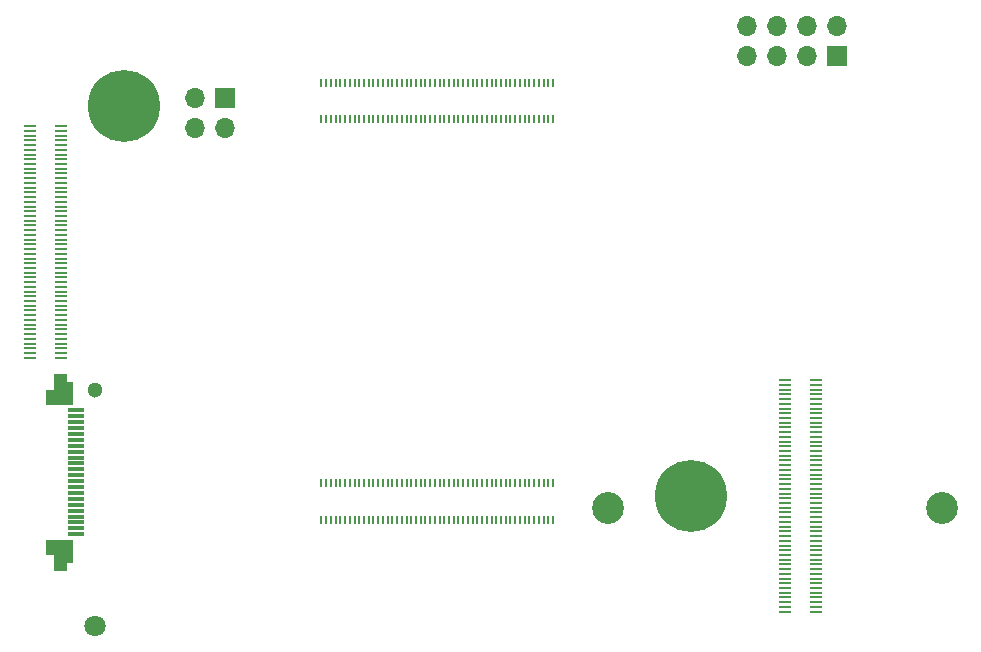
<source format=gbr>
%TF.GenerationSoftware,KiCad,Pcbnew,(5.99.0-10407-g1e8b23402c)*%
%TF.CreationDate,2021-07-10T11:35:08-06:00*%
%TF.ProjectId,lobby,6c6f6262-792e-46b6-9963-61645f706362,rev?*%
%TF.SameCoordinates,Original*%
%TF.FileFunction,Soldermask,Top*%
%TF.FilePolarity,Negative*%
%FSLAX46Y46*%
G04 Gerber Fmt 4.6, Leading zero omitted, Abs format (unit mm)*
G04 Created by KiCad (PCBNEW (5.99.0-10407-g1e8b23402c)) date 2021-07-10 11:35:08*
%MOMM*%
%LPD*%
G01*
G04 APERTURE LIST*
G04 Aperture macros list*
%AMFreePoly0*
4,1,9,1.450000,0.000000,2.150000,0.000000,2.150000,-1.100000,0.750000,-1.100000,0.750000,-1.800000,-0.500000,-1.800000,-0.500000,0.500000,1.450000,0.500000,1.450000,0.000000,1.450000,0.000000,$1*%
%AMFreePoly1*
4,1,9,0.500000,-1.800000,-0.750000,-1.800000,-0.750000,-1.100000,-2.150000,-1.100000,-2.150000,0.000000,-1.450000,0.000000,-1.450000,0.500000,0.500000,0.500000,0.500000,-1.800000,0.500000,-1.800000,$1*%
G04 Aperture macros list end*
%ADD10R,1.700000X1.700000*%
%ADD11O,1.700000X1.700000*%
%ADD12C,2.700000*%
%ADD13R,1.140000X0.200000*%
%ADD14R,1.400000X0.300000*%
%ADD15FreePoly0,270.000000*%
%ADD16FreePoly1,270.000000*%
%ADD17R,0.200000X0.700000*%
%ADD18C,6.100000*%
%ADD19C,1.300000*%
%ADD20C,1.800000*%
G04 APERTURE END LIST*
D10*
%TO.C,J1*%
X37263646Y-28310153D03*
D11*
X34723646Y-28310153D03*
X37263646Y-30850153D03*
X34723646Y-30850153D03*
%TD*%
D10*
%TO.C,J2*%
X89113646Y-24720153D03*
D11*
X89113646Y-22180153D03*
X86573646Y-24720153D03*
X86573646Y-22180153D03*
X84033646Y-24720153D03*
X84033646Y-22180153D03*
X81493646Y-24720153D03*
X81493646Y-22180153D03*
%TD*%
D12*
%TO.C,H1*%
X69750000Y-63000000D03*
%TD*%
D13*
%TO.C,Module2*%
X84680000Y-52200000D03*
X87320000Y-52200000D03*
X84680000Y-52600000D03*
X87320000Y-52600000D03*
X84680000Y-53000000D03*
X87320000Y-53000000D03*
X84680000Y-53400000D03*
X87320000Y-53400000D03*
X84680000Y-53800000D03*
X87320000Y-53800000D03*
X84680000Y-54200000D03*
X87320000Y-54200000D03*
X84680000Y-54600000D03*
X87320000Y-54600000D03*
X84680000Y-55000000D03*
X87320000Y-55000000D03*
X84680000Y-55400000D03*
X87320000Y-55400000D03*
X84680000Y-55800000D03*
X87320000Y-55800000D03*
X84680000Y-56200000D03*
X87320000Y-56200000D03*
X84680000Y-56600000D03*
X87320000Y-56600000D03*
X84680000Y-57000000D03*
X87320000Y-57000000D03*
X84680000Y-57400000D03*
X87320000Y-57400000D03*
X84680000Y-57800000D03*
X87320000Y-57800000D03*
X84680000Y-58200000D03*
X87320000Y-58200000D03*
X84680000Y-58600000D03*
X87320000Y-58600000D03*
X84680000Y-59000000D03*
X87320000Y-59000000D03*
X84680000Y-59400000D03*
X87320000Y-59400000D03*
X84680000Y-59800000D03*
X87320000Y-59800000D03*
X84680000Y-60200000D03*
X87320000Y-60200000D03*
X84680000Y-60600000D03*
X87320000Y-60600000D03*
X84680000Y-61000000D03*
X87320000Y-61000000D03*
X84680000Y-61400000D03*
X87320000Y-61400000D03*
X84680000Y-61800000D03*
X87320000Y-61800000D03*
X84680000Y-62200000D03*
X87320000Y-62200000D03*
X84680000Y-62600000D03*
X87320000Y-62600000D03*
X84680000Y-63000000D03*
X87320000Y-63000000D03*
X84680000Y-63400000D03*
X87320000Y-63400000D03*
X84680000Y-63800000D03*
X87320000Y-63800000D03*
X84680000Y-64200000D03*
X87320000Y-64200000D03*
X84680000Y-64600000D03*
X87320000Y-64600000D03*
X84680000Y-65000000D03*
X87320000Y-65000000D03*
X84680000Y-65400000D03*
X87320000Y-65400000D03*
X84680000Y-65800000D03*
X87320000Y-65800000D03*
X84680000Y-66200000D03*
X87320000Y-66200000D03*
X84680000Y-66600000D03*
X87320000Y-66600000D03*
X84680000Y-67000000D03*
X87320000Y-67000000D03*
X84680000Y-67400000D03*
X87320000Y-67400000D03*
X84680000Y-67800000D03*
X87320000Y-67800000D03*
X84680000Y-68200000D03*
X87320000Y-68200000D03*
X84680000Y-68600000D03*
X87320000Y-68600000D03*
X84680000Y-69000000D03*
X87320000Y-69000000D03*
X84680000Y-69400000D03*
X87320000Y-69400000D03*
X84680000Y-69800000D03*
X87320000Y-69800000D03*
X84680000Y-70200000D03*
X87320000Y-70200000D03*
X84680000Y-70600000D03*
X87320000Y-70600000D03*
X84680000Y-71000000D03*
X87320000Y-71000000D03*
X84680000Y-71400000D03*
X87320000Y-71400000D03*
X84680000Y-71800000D03*
X87320000Y-71800000D03*
%TD*%
%TO.C,Module3*%
X20780000Y-30700000D03*
X23420000Y-30700000D03*
X20780000Y-31100000D03*
X23420000Y-31100000D03*
X20780000Y-31500000D03*
X23420000Y-31500000D03*
X20780000Y-31900000D03*
X23420000Y-31900000D03*
X20780000Y-32300000D03*
X23420000Y-32300000D03*
X20780000Y-32700000D03*
X23420000Y-32700000D03*
X20780000Y-33100000D03*
X23420000Y-33100000D03*
X20780000Y-33500000D03*
X23420000Y-33500000D03*
X20780000Y-33900000D03*
X23420000Y-33900000D03*
X20780000Y-34300000D03*
X23420000Y-34300000D03*
X20780000Y-34700000D03*
X23420000Y-34700000D03*
X20780000Y-35100000D03*
X23420000Y-35100000D03*
X20780000Y-35500000D03*
X23420000Y-35500000D03*
X20780000Y-35900000D03*
X23420000Y-35900000D03*
X20780000Y-36300000D03*
X23420000Y-36300000D03*
X20780000Y-36700000D03*
X23420000Y-36700000D03*
X20780000Y-37100000D03*
X23420000Y-37100000D03*
X20780000Y-37500000D03*
X23420000Y-37500000D03*
X20780000Y-37900000D03*
X23420000Y-37900000D03*
X20780000Y-38300000D03*
X23420000Y-38300000D03*
X20780000Y-38700000D03*
X23420000Y-38700000D03*
X20780000Y-39100000D03*
X23420000Y-39100000D03*
X20780000Y-39500000D03*
X23420000Y-39500000D03*
X20780000Y-39900000D03*
X23420000Y-39900000D03*
X20780000Y-40300000D03*
X23420000Y-40300000D03*
X20780000Y-40700000D03*
X23420000Y-40700000D03*
X20780000Y-41100000D03*
X23420000Y-41100000D03*
X20780000Y-41500000D03*
X23420000Y-41500000D03*
X20780000Y-41900000D03*
X23420000Y-41900000D03*
X20780000Y-42300000D03*
X23420000Y-42300000D03*
X20780000Y-42700000D03*
X23420000Y-42700000D03*
X20780000Y-43100000D03*
X23420000Y-43100000D03*
X20780000Y-43500000D03*
X23420000Y-43500000D03*
X20780000Y-43900000D03*
X23420000Y-43900000D03*
X20780000Y-44300000D03*
X23420000Y-44300000D03*
X20780000Y-44700000D03*
X23420000Y-44700000D03*
X20780000Y-45100000D03*
X23420000Y-45100000D03*
X20780000Y-45500000D03*
X23420000Y-45500000D03*
X20780000Y-45900000D03*
X23420000Y-45900000D03*
X20780000Y-46300000D03*
X23420000Y-46300000D03*
X20780000Y-46700000D03*
X23420000Y-46700000D03*
X20780000Y-47100000D03*
X23420000Y-47100000D03*
X20780000Y-47500000D03*
X23420000Y-47500000D03*
X20780000Y-47900000D03*
X23420000Y-47900000D03*
X20780000Y-48300000D03*
X23420000Y-48300000D03*
X20780000Y-48700000D03*
X23420000Y-48700000D03*
X20780000Y-49100000D03*
X23420000Y-49100000D03*
X20780000Y-49500000D03*
X23420000Y-49500000D03*
X20780000Y-49900000D03*
X23420000Y-49900000D03*
X20780000Y-50300000D03*
X23420000Y-50300000D03*
%TD*%
D14*
%TO.C,J4*%
X24700000Y-54750000D03*
X24700000Y-55250000D03*
X24700000Y-55750000D03*
X24700000Y-56250000D03*
X24700000Y-56750000D03*
X24700000Y-57250000D03*
X24700000Y-57750000D03*
X24700000Y-58250000D03*
X24700000Y-58750000D03*
X24700000Y-59250000D03*
X24700000Y-59750000D03*
X24700000Y-60250000D03*
X24700000Y-60750000D03*
X24700000Y-61250000D03*
X24700000Y-61750000D03*
X24700000Y-62250000D03*
X24700000Y-62750000D03*
X24700000Y-63250000D03*
X24700000Y-63750000D03*
X24700000Y-64250000D03*
X24700000Y-64750000D03*
X24700000Y-65250000D03*
D15*
X23900000Y-66200000D03*
D16*
X23900000Y-53800000D03*
%TD*%
D12*
%TO.C,H2*%
X98000000Y-63000000D03*
%TD*%
D17*
%TO.C,Module1*%
X65050000Y-27000000D03*
X65050000Y-30080000D03*
X64650000Y-27000000D03*
X64650000Y-30080000D03*
X64250000Y-27000000D03*
X64250000Y-30080000D03*
X63850000Y-27000000D03*
X63850000Y-30080000D03*
X63450000Y-27000000D03*
X63450000Y-30080000D03*
X63050000Y-27000000D03*
X63050000Y-30080000D03*
X62650000Y-27000000D03*
X62650000Y-30080000D03*
X62250000Y-27000000D03*
X62250000Y-30080000D03*
X61850000Y-27000000D03*
X61850000Y-30080000D03*
X61450000Y-27000000D03*
X61450000Y-30080000D03*
X61050000Y-27000000D03*
X61050000Y-30080000D03*
X60650000Y-27000000D03*
X60650000Y-30080000D03*
X60250000Y-27000000D03*
X60250000Y-30080000D03*
X59850000Y-27000000D03*
X59850000Y-30080000D03*
X59450000Y-27000000D03*
X59450000Y-30080000D03*
X59050000Y-27000000D03*
X59050000Y-30080000D03*
X58650000Y-27000000D03*
X58650000Y-30080000D03*
X58250000Y-27000000D03*
X58250000Y-30080000D03*
X57850000Y-27000000D03*
X57850000Y-30080000D03*
X57450000Y-27000000D03*
X57450000Y-30080000D03*
X57050000Y-27000000D03*
X57050000Y-30080000D03*
X56650000Y-27000000D03*
X56650000Y-30080000D03*
X56250000Y-27000000D03*
X56250000Y-30080000D03*
X55850000Y-27000000D03*
X55850000Y-30080000D03*
X55450000Y-27000000D03*
X55450000Y-30080000D03*
X55050000Y-27000000D03*
X55050000Y-30080000D03*
X54650000Y-27000000D03*
X54650000Y-30080000D03*
X54250000Y-27000000D03*
X54250000Y-30080000D03*
X53850000Y-27000000D03*
X53850000Y-30080000D03*
X53450000Y-27000000D03*
X53450000Y-30080000D03*
X53050000Y-27000000D03*
X53050000Y-30080000D03*
X52650000Y-27000000D03*
X52650000Y-30080000D03*
X52250000Y-27000000D03*
X52250000Y-30080000D03*
X51850000Y-27000000D03*
X51850000Y-30080000D03*
X51450000Y-27000000D03*
X51450000Y-30080000D03*
X51050000Y-27000000D03*
X51050000Y-30080000D03*
X50650000Y-27000000D03*
X50650000Y-30080000D03*
X50250000Y-27000000D03*
X50250000Y-30080000D03*
X49850000Y-27000000D03*
X49850000Y-30080000D03*
X49450000Y-27000000D03*
X49450000Y-30080000D03*
X49050000Y-27000000D03*
X49050000Y-30080000D03*
X48650000Y-27000000D03*
X48650000Y-30080000D03*
X48250000Y-27000000D03*
X48250000Y-30080000D03*
X47850000Y-27000000D03*
X47850000Y-30080000D03*
X47450000Y-27000000D03*
X47450000Y-30080000D03*
X47050000Y-27000000D03*
X47050000Y-30080000D03*
X46650000Y-27000000D03*
X46650000Y-30080000D03*
X46250000Y-27000000D03*
X46250000Y-30080000D03*
X45850000Y-27000000D03*
X45850000Y-30080000D03*
X45450000Y-27000000D03*
X45450000Y-30080000D03*
X65050000Y-60920000D03*
X65050000Y-64000000D03*
X64650000Y-60920000D03*
X64650000Y-64000000D03*
X64250000Y-60920000D03*
X64250000Y-64000000D03*
X63850000Y-60920000D03*
X63850000Y-64000000D03*
X63450000Y-60920000D03*
X63450000Y-64000000D03*
X63050000Y-60920000D03*
X63050000Y-64000000D03*
X62650000Y-60920000D03*
X62650000Y-64000000D03*
X62250000Y-60920000D03*
X62250000Y-64000000D03*
X61850000Y-60920000D03*
X61850000Y-64000000D03*
X61450000Y-60920000D03*
X61450000Y-64000000D03*
X61050000Y-60920000D03*
X61050000Y-64000000D03*
X60650000Y-60920000D03*
X60650000Y-64000000D03*
X60250000Y-60920000D03*
X60250000Y-64000000D03*
X59850000Y-60920000D03*
X59850000Y-64000000D03*
X59450000Y-60920000D03*
X59450000Y-64000000D03*
X59050000Y-60920000D03*
X59050000Y-64000000D03*
X58650000Y-60920000D03*
X58650000Y-64000000D03*
X58250000Y-60920000D03*
X58250000Y-64000000D03*
X57850000Y-60920000D03*
X57850000Y-64000000D03*
X57450000Y-60920000D03*
X57450000Y-64000000D03*
X57050000Y-60920000D03*
X57050000Y-64000000D03*
X56650000Y-60920000D03*
X56650000Y-64000000D03*
X56250000Y-60920000D03*
X56250000Y-64000000D03*
X55850000Y-60920000D03*
X55850000Y-64000000D03*
X55450000Y-60920000D03*
X55450000Y-64000000D03*
X55050000Y-60920000D03*
X55050000Y-64000000D03*
X54650000Y-60920000D03*
X54650000Y-64000000D03*
X54250000Y-60920000D03*
X54250000Y-64000000D03*
X53850000Y-60920000D03*
X53850000Y-64000000D03*
X53450000Y-60920000D03*
X53450000Y-64000000D03*
X53050000Y-60920000D03*
X53050000Y-64000000D03*
X52650000Y-60920000D03*
X52650000Y-64000000D03*
X52250000Y-60920000D03*
X52250000Y-64000000D03*
X51850000Y-60920000D03*
X51850000Y-64000000D03*
X51450000Y-60920000D03*
X51450000Y-64000000D03*
X51050000Y-60920000D03*
X51050000Y-64000000D03*
X50650000Y-60920000D03*
X50650000Y-64000000D03*
X50250000Y-60920000D03*
X50250000Y-64000000D03*
X49850000Y-60920000D03*
X49850000Y-64000000D03*
X49450000Y-60920000D03*
X49450000Y-64000000D03*
X49050000Y-60920000D03*
X49050000Y-64000000D03*
X48650000Y-60920000D03*
X48650000Y-64000000D03*
X48250000Y-60920000D03*
X48250000Y-64000000D03*
X47850000Y-60920000D03*
X47850000Y-64000000D03*
X47450000Y-60920000D03*
X47450000Y-64000000D03*
X47050000Y-60920000D03*
X47050000Y-64000000D03*
X46650000Y-60920000D03*
X46650000Y-64000000D03*
X46250000Y-60920000D03*
X46250000Y-64000000D03*
X45850000Y-60920000D03*
X45850000Y-64000000D03*
X45450000Y-60920000D03*
X45450000Y-64000000D03*
D18*
X28750000Y-29000000D03*
X76750000Y-62000000D03*
%TD*%
D19*
%TO.C,U2*%
X26250000Y-53000000D03*
D20*
X26250000Y-73000000D03*
%TD*%
M02*

</source>
